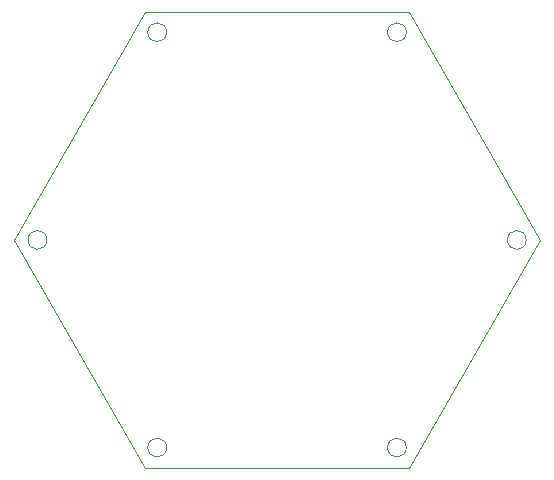
<source format=gbr>
%TF.GenerationSoftware,KiCad,Pcbnew,(6.0.8-1)-1*%
%TF.CreationDate,2022-11-30T21:50:02-05:00*%
%TF.ProjectId,Untitled,556e7469-746c-4656-942e-6b696361645f,rev?*%
%TF.SameCoordinates,Original*%
%TF.FileFunction,Profile,NP*%
%FSLAX46Y46*%
G04 Gerber Fmt 4.6, Leading zero omitted, Abs format (unit mm)*
G04 Created by KiCad (PCBNEW (6.0.8-1)-1) date 2022-11-30 21:50:02*
%MOMM*%
%LPD*%
G01*
G04 APERTURE LIST*
%TA.AperFunction,Profile*%
%ADD10C,0.100000*%
%TD*%
G04 APERTURE END LIST*
D10*
X94390000Y-75590000D02*
G75*
G03*
X94390000Y-75590000I-800000J0D01*
G01*
X84250000Y-58010000D02*
G75*
G03*
X84250000Y-58010000I-800000J0D01*
G01*
X92590000Y-38700000D02*
X81450000Y-58010000D01*
X114690000Y-75590000D02*
G75*
G03*
X114690000Y-75590000I-800000J0D01*
G01*
X114890000Y-38700000D02*
X92590000Y-38700000D01*
X92590000Y-77320000D02*
X114890000Y-77320000D01*
X81450000Y-58010000D02*
X92590000Y-77320000D01*
X126040000Y-58010000D02*
X114890000Y-77320000D01*
X124840000Y-58010000D02*
G75*
G03*
X124840000Y-58010000I-800000J0D01*
G01*
X114690000Y-40430000D02*
G75*
G03*
X114690000Y-40430000I-800000J0D01*
G01*
X94390000Y-40430000D02*
G75*
G03*
X94390000Y-40430000I-800000J0D01*
G01*
X126040000Y-58010000D02*
X114890000Y-38700000D01*
M02*

</source>
